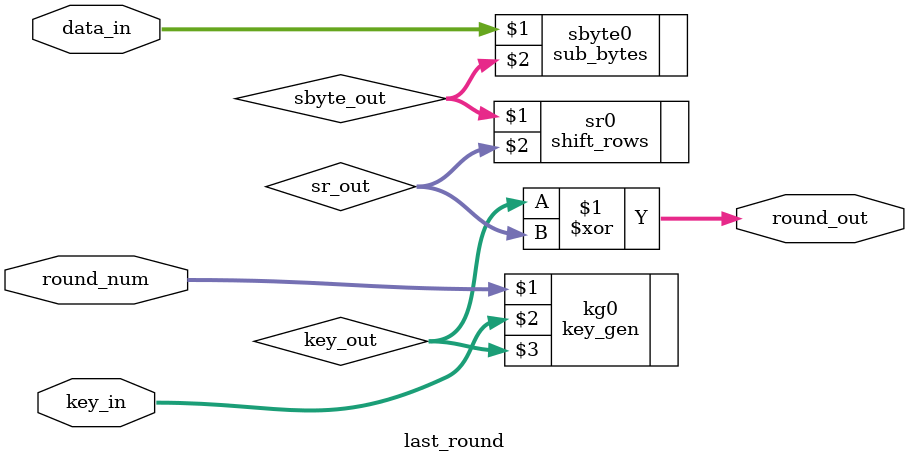
<source format=v>
module last_round(round_num,data_in,key_in,round_out);
    input[3:0] round_num;
    input[127:0] data_in,key_in;
    output[127:0] round_out;

    wire[127:0] sbyte_out,sr_out,key_out,mixcl_out;

    // Step 1 : Add Key using key expansion algorithm;
    key_gen kg0(round_num,key_in,key_out);
    // Step 2 : Substitute Bytes Transformation
    sub_bytes sbyte0(data_in,sbyte_out);
    // Step 3 : Shift Rows of output of sub_butes;
    shift_rows sr0(sbyte_out,sr_out);

    assign round_out = key_out ^ sr_out;
endmodule
</source>
